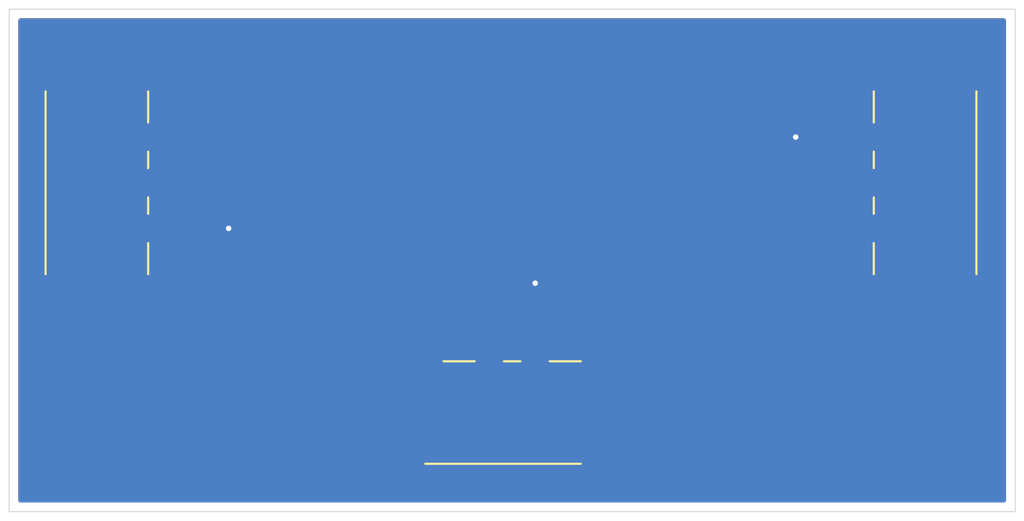
<source format=kicad_pcb>
(kicad_pcb (version 20240108) (generator "pcbnew") (generator_version "8.0")
  (layers (0 "F.Cu" signal) (31 "B.Cu" signal) (34 "B.Paste" user) (35 "F.Paste" user) (36 "B.SilkS" user "B.Silkscreen") (37 "F.SilkS" user "F.Silkscreen") (38 "B.Mask" user) (39 "F.Mask" user) (44 "Edge.Cuts" user))
  (net 0 "")
  (net 1 "GND")
  (net 3 "/SIG")
  (net 4 "+BATT")
  (footprint "TerminalBlock_Phoenix:TerminalBlock_Phoenix_PTSM-0,5-3-2,5-V-SMD_1x03-1MP_P2.50mm_Vertical" (layer "F.Cu") (at 164 92.5 -90)
    (property "Reference" "J2" (hide yes))
    (property "Value" "Combined-Out" (hide yes))
    (fp_line (start -3.3 1.73) (end -5 1.73) (stroke (width 0.12)) (layer "F.SilkS"))
    (fp_line (start -0.8 1.73) (end -1.7 1.73) (stroke (width 0.12)) (layer "F.SilkS"))
    (fp_line (start 1.7 1.73) (end 0.8 1.73) (stroke (width 0.12)) (layer "F.SilkS"))
    (fp_line (start 5 1.73) (end 3.3 1.73) (stroke (width 0.12)) (layer "F.SilkS"))
    (fp_line (start -5 -3.88) (end 5 -3.88) (stroke (width 0.12)) (layer "F.SilkS"))
    (pad "1" smd rect (at -2.5 2.13 90) (size 1.4 3.4) (layers "F.Cu" "F.Paste" "F.Mask") (net 1 "GND"))
    (pad "2" smd rect (at 0 2.13 90) (size 1.4 3.4) (layers "F.Cu" "F.Paste" "F.Mask") (net 4 "+BATT"))
    (pad "3" smd rect (at 2.5 2.13 90) (size 1.4 3.4) (layers "F.Cu" "F.Paste" "F.Mask") (net 3 "/SIG"))
    (pad "MP" smd rect (at -6.3 -1.03 90) (size 2.3 5.6) (layers "F.Cu" "F.Paste" "F.Mask"))
    (pad "MP" smd rect (at 6.3 -1.03 90) (size 2.3 5.6) (layers "F.Cu" "F.Paste" "F.Mask"))
  )
  (footprint "TerminalBlock_Phoenix:TerminalBlock_Phoenix_PTSM-0,5-3-2,5-V-SMD_1x03-1MP_P2.50mm_Vertical" (layer "F.Cu") (at 120.87 92.5 90)
    (property "Reference" "J1" (hide yes))
    (property "Value" "Signal-In" (hide yes))
    (fp_line (start -5 -3.88) (end 5 -3.88) (stroke (width 0.12)) (layer "F.SilkS"))
    (fp_line (start 5 1.73) (end 3.3 1.73) (stroke (width 0.12)) (layer "F.SilkS"))
    (fp_line (start 1.7 1.73) (end 0.8 1.73) (stroke (width 0.12)) (layer "F.SilkS"))
    (fp_line (start -0.8 1.73) (end -1.7 1.73) (stroke (width 0.12)) (layer "F.SilkS"))
    (fp_line (start -3.3 1.73) (end -5 1.73) (stroke (width 0.12)) (layer "F.SilkS"))
    (pad "1" smd rect (at -2.5 2.13 270) (size 1.4 3.4) (layers "F.Cu" "F.Paste" "F.Mask") (net 1 "GND"))
    (pad "2" smd rect (at 0 2.13 270) (size 1.4 3.4) (layers "F.Cu" "F.Paste" "F.Mask"))
    (pad "3" smd rect (at 2.5 2.13 270) (size 1.4 3.4) (layers "F.Cu" "F.Paste" "F.Mask") (net 3 "/SIG"))
    (pad "MP" smd rect (at -6.3 -1.03 270) (size 2.3 5.6) (layers "F.Cu" "F.Paste" "F.Mask"))
    (pad "MP" smd rect (at 6.3 -1.03 270) (size 2.3 5.6) (layers "F.Cu" "F.Paste" "F.Mask"))
  )
  (footprint "TerminalBlock_Phoenix:TerminalBlock_Phoenix_PTSM-0,5-2-2,5-V-SMD_1x02-1MP_P2.50mm_Vertical" (layer "F.Cu") (at 142.5 104 180)
    (property "Reference" "J3" (hide yes))
    (property "Value" "Power-In" (hide yes))
    (fp_line (start 3.75 1.73) (end 2.05 1.73) (stroke (width 0.12)) (layer "F.SilkS"))
    (fp_line (start 0.45 1.73) (end -0.45 1.73) (stroke (width 0.12)) (layer "F.SilkS"))
    (fp_line (start -2.05 1.73) (end -3.75 1.73) (stroke (width 0.12)) (layer "F.SilkS"))
    (fp_line (start -3.75 -3.88) (end 4.75 -3.88) (stroke (width 0.12)) (layer "F.SilkS"))
    (pad "1" smd rect (at -1.25 2.13) (size 1.4 3.4) (layers "F.Cu" "F.Paste" "F.Mask") (net 1 "GND"))
    (pad "2" smd rect (at 1.25 2.13) (size 1.4 3.4) (layers "F.Cu" "F.Paste" "F.Mask") (net 4 "+BATT"))
    (pad "MP" smd rect (at -5.05 -1.03) (size 2.3 5.6) (layers "F.Cu" "F.Paste" "F.Mask"))
    (pad "MP" smd rect (at 5.05 -1.03) (size 2.3 5.6) (layers "F.Cu" "F.Paste" "F.Mask"))
  )
  (gr_rect (start 115 83) (end 170 110.5) (stroke (width 0.05)) (fill none) (layer "Edge.Cuts"))
  (segment (start 123 95) (end 127 95) (width 0.2) (layer "F.Cu") (net 1))
  (segment (start 143.75 98.005825) (end 143.759191 97.996634) (width 0.2) (layer "F.Cu") (net 1))
  (segment (start 161.87 90) (end 158 90) (width 0.2) (layer "F.Cu") (net 1))
  (segment (start 143.75 101.87) (end 143.75 98.005825) (width 0.2) (layer "F.Cu") (net 1))
  (via (at 158 90) (size 0.6) (drill 0.3) (layers "F.Cu" "B.Cu") (net 1))
  (via (at 127 95) (size 0.6) (drill 0.3) (layers "F.Cu" "B.Cu") (net 1))
  (via (at 143.759191 97.996634) (size 0.6) (drill 0.3) (layers "F.Cu" "B.Cu") (net 1))
  (segment (start 137.5 90) (end 142.5 95) (width 0.2) (layer "F.Cu") (net 3))
  (segment (start 142.5 95) (end 161.87 95) (width 0.2) (layer "F.Cu") (net 3))
  (segment (start 123 90) (end 137.5 90) (width 0.2) (layer "F.Cu") (net 3))
  (zone (net 4) (net_name "+BATT") (layer "F.Cu") (connect_pads (clearance 0.5)) (min_thickness 0.25) (fill yes (thermal_gap 0.5) (thermal_bridge_width 0.5))
    (polygon (pts (xy 170.5 111) (xy 170.5 82.5) (xy 114.5 82.5) (xy 114.5 111)))
  )
  (zone (net 1) (net_name "GND") (layer "B.Cu") (priority 1) (connect_pads (clearance 0.5)) (min_thickness 0.25) (fill yes (thermal_gap 0.5) (thermal_bridge_width 0.5))
    (polygon (pts (xy 170.5 82.5) (xy 170.5 111) (xy 114.5 111) (xy 114.5 82.5)))
  )
)
</source>
